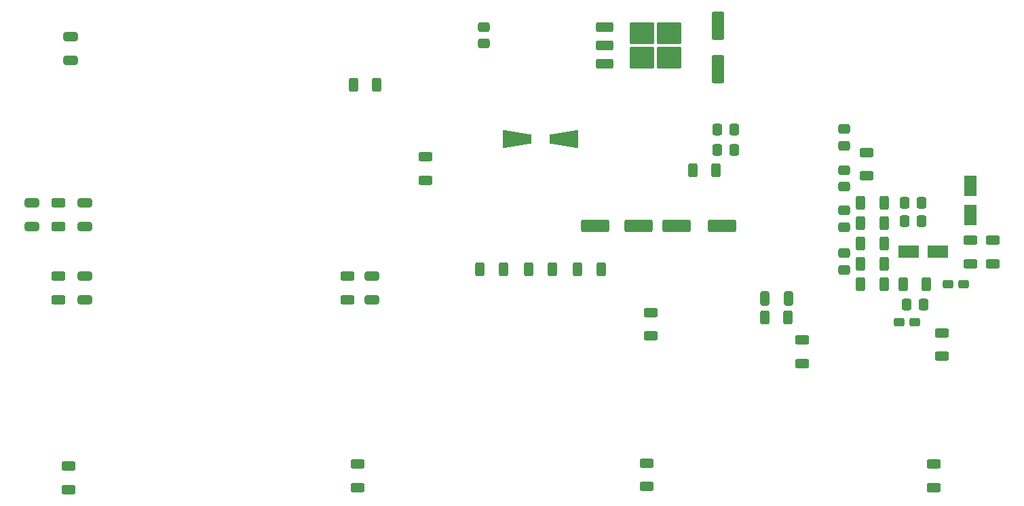
<source format=gbr>
%TF.GenerationSoftware,KiCad,Pcbnew,8.0.6-8.0.6-0~ubuntu22.04.1*%
%TF.CreationDate,2024-11-14T20:16:39+01:00*%
%TF.ProjectId,VCO_RPIpico,56434f5f-5250-4497-9069-636f2e6b6963,0*%
%TF.SameCoordinates,Original*%
%TF.FileFunction,Paste,Bot*%
%TF.FilePolarity,Positive*%
%FSLAX46Y46*%
G04 Gerber Fmt 4.6, Leading zero omitted, Abs format (unit mm)*
G04 Created by KiCad (PCBNEW 8.0.6-8.0.6-0~ubuntu22.04.1) date 2024-11-14 20:16:39*
%MOMM*%
%LPD*%
G01*
G04 APERTURE LIST*
G04 Aperture macros list*
%AMRoundRect*
0 Rectangle with rounded corners*
0 $1 Rounding radius*
0 $2 $3 $4 $5 $6 $7 $8 $9 X,Y pos of 4 corners*
0 Add a 4 corners polygon primitive as box body*
4,1,4,$2,$3,$4,$5,$6,$7,$8,$9,$2,$3,0*
0 Add four circle primitives for the rounded corners*
1,1,$1+$1,$2,$3*
1,1,$1+$1,$4,$5*
1,1,$1+$1,$6,$7*
1,1,$1+$1,$8,$9*
0 Add four rect primitives between the rounded corners*
20,1,$1+$1,$2,$3,$4,$5,0*
20,1,$1+$1,$4,$5,$6,$7,0*
20,1,$1+$1,$6,$7,$8,$9,0*
20,1,$1+$1,$8,$9,$2,$3,0*%
%AMOutline4P*
0 Free polygon, 4 corners , with rotation*
0 The origin of the aperture is its center*
0 number of corners: always 4*
0 $1 to $8 corner X, Y*
0 $9 Rotation angle, in degrees counterclockwise*
0 create outline with 4 corners*
4,1,4,$1,$2,$3,$4,$5,$6,$7,$8,$1,$2,$9*%
G04 Aperture macros list end*
%ADD10RoundRect,0.250000X1.500000X0.550000X-1.500000X0.550000X-1.500000X-0.550000X1.500000X-0.550000X0*%
%ADD11RoundRect,0.250000X0.312500X0.625000X-0.312500X0.625000X-0.312500X-0.625000X0.312500X-0.625000X0*%
%ADD12RoundRect,0.250000X0.650000X-0.325000X0.650000X0.325000X-0.650000X0.325000X-0.650000X-0.325000X0*%
%ADD13RoundRect,0.250000X-0.625000X0.312500X-0.625000X-0.312500X0.625000X-0.312500X0.625000X0.312500X0*%
%ADD14RoundRect,0.250000X-0.312500X-0.625000X0.312500X-0.625000X0.312500X0.625000X-0.312500X0.625000X0*%
%ADD15RoundRect,0.250000X0.550000X-1.050000X0.550000X1.050000X-0.550000X1.050000X-0.550000X-1.050000X0*%
%ADD16RoundRect,0.250000X0.337500X0.475000X-0.337500X0.475000X-0.337500X-0.475000X0.337500X-0.475000X0*%
%ADD17RoundRect,0.250000X0.475000X-0.337500X0.475000X0.337500X-0.475000X0.337500X-0.475000X-0.337500X0*%
%ADD18RoundRect,0.250000X0.550000X-1.500000X0.550000X1.500000X-0.550000X1.500000X-0.550000X-1.500000X0*%
%ADD19RoundRect,0.250000X0.625000X-0.312500X0.625000X0.312500X-0.625000X0.312500X-0.625000X-0.312500X0*%
%ADD20RoundRect,0.250000X-1.050000X-0.550000X1.050000X-0.550000X1.050000X0.550000X-1.050000X0.550000X0*%
%ADD21RoundRect,0.250000X-0.325000X-0.650000X0.325000X-0.650000X0.325000X0.650000X-0.325000X0.650000X0*%
%ADD22RoundRect,0.250000X-0.337500X-0.475000X0.337500X-0.475000X0.337500X0.475000X-0.337500X0.475000X0*%
%ADD23RoundRect,0.250000X0.400000X0.275000X-0.400000X0.275000X-0.400000X-0.275000X0.400000X-0.275000X0*%
%ADD24RoundRect,0.250000X-0.650000X0.325000X-0.650000X-0.325000X0.650000X-0.325000X0.650000X0.325000X0*%
%ADD25RoundRect,0.250000X-0.475000X0.337500X-0.475000X-0.337500X0.475000X-0.337500X0.475000X0.337500X0*%
%ADD26Outline4P,-1.800000X-1.150000X1.800000X-0.550000X1.800000X0.550000X-1.800000X1.150000X180.000000*%
%ADD27Outline4P,-1.800000X-1.150000X1.800000X-0.550000X1.800000X0.550000X-1.800000X1.150000X0.000000*%
%ADD28RoundRect,0.250000X-0.400000X-0.275000X0.400000X-0.275000X0.400000X0.275000X-0.400000X0.275000X0*%
%ADD29RoundRect,0.250000X-0.850000X-0.350000X0.850000X-0.350000X0.850000X0.350000X-0.850000X0.350000X0*%
%ADD30RoundRect,0.250000X-1.275000X-1.125000X1.275000X-1.125000X1.275000X1.125000X-1.275000X1.125000X0*%
G04 APERTURE END LIST*
D10*
%TO.C,C9*%
X139812000Y-77321000D03*
X134212000Y-77321000D03*
%TD*%
D11*
%TO.C,R2*%
X148061000Y-88751000D03*
X145136000Y-88751000D03*
%TD*%
D12*
%TO.C,C6*%
X53700000Y-77399000D03*
X53700000Y-74449000D03*
%TD*%
D13*
%TO.C,R27*%
X170794000Y-79095000D03*
X170794000Y-82020000D03*
%TD*%
D14*
%TO.C,R19*%
X136184500Y-70336000D03*
X139109500Y-70336000D03*
%TD*%
D15*
%TO.C,C23*%
X170794000Y-75946000D03*
X170794000Y-72346000D03*
%TD*%
D11*
%TO.C,R22*%
X165337000Y-84560000D03*
X162412000Y-84560000D03*
%TD*%
D16*
%TO.C,C12*%
X164973500Y-87100000D03*
X162898500Y-87100000D03*
%TD*%
D11*
%TO.C,R7*%
X112582500Y-82756000D03*
X109657500Y-82756000D03*
%TD*%
D17*
%TO.C,C22*%
X155046000Y-67309500D03*
X155046000Y-65234500D03*
%TD*%
D12*
%TO.C,C5*%
X58526000Y-56620000D03*
X58526000Y-53670000D03*
%TD*%
D11*
%TO.C,R21*%
X160064500Y-82020000D03*
X157139500Y-82020000D03*
%TD*%
D18*
%TO.C,C1*%
X139314000Y-57754000D03*
X139314000Y-52354000D03*
%TD*%
D19*
%TO.C,R29*%
X157856000Y-71072000D03*
X157856000Y-68147000D03*
%TD*%
D13*
%TO.C,R16*%
X166222000Y-107035000D03*
X166222000Y-109960000D03*
%TD*%
%TO.C,R4*%
X93070000Y-83605500D03*
X93070000Y-86530500D03*
%TD*%
D20*
%TO.C,C21*%
X163152000Y-80496000D03*
X166752000Y-80496000D03*
%TD*%
D11*
%TO.C,R12*%
X124774500Y-82756000D03*
X121849500Y-82756000D03*
%TD*%
D21*
%TO.C,C7*%
X145189000Y-86338000D03*
X148139000Y-86338000D03*
%TD*%
D10*
%TO.C,C8*%
X129425000Y-77321000D03*
X124025000Y-77321000D03*
%TD*%
D19*
%TO.C,R17*%
X149839000Y-94466000D03*
X149839000Y-91541000D03*
%TD*%
%TO.C,R11*%
X130408000Y-109837000D03*
X130408000Y-106912000D03*
%TD*%
D13*
%TO.C,R5*%
X57002000Y-83605500D03*
X57002000Y-86530500D03*
%TD*%
D17*
%TO.C,C11*%
X155046000Y-82782000D03*
X155046000Y-80707000D03*
%TD*%
D19*
%TO.C,R9*%
X58272000Y-110214000D03*
X58272000Y-107289000D03*
%TD*%
D22*
%TO.C,C16*%
X162644500Y-74400000D03*
X164719500Y-74400000D03*
%TD*%
D11*
%TO.C,R8*%
X118662500Y-82756000D03*
X115737500Y-82756000D03*
%TD*%
D23*
%TO.C,C17*%
X163911000Y-89360000D03*
X161961000Y-89360000D03*
%TD*%
D14*
%TO.C,R25*%
X157139500Y-76940000D03*
X160064500Y-76940000D03*
%TD*%
D12*
%TO.C,C2*%
X96118000Y-86543000D03*
X96118000Y-83593000D03*
%TD*%
D16*
%TO.C,C15*%
X141351500Y-65256000D03*
X139276500Y-65256000D03*
%TD*%
D19*
%TO.C,R3*%
X130916000Y-91041000D03*
X130916000Y-88116000D03*
%TD*%
D14*
%TO.C,R28*%
X93832000Y-59668000D03*
X96757000Y-59668000D03*
%TD*%
D11*
%TO.C,R24*%
X160064500Y-79480000D03*
X157139500Y-79480000D03*
%TD*%
D24*
%TO.C,C4*%
X60304000Y-74449000D03*
X60304000Y-77399000D03*
%TD*%
D19*
%TO.C,R6*%
X57002000Y-77386500D03*
X57002000Y-74461500D03*
%TD*%
D11*
%TO.C,R20*%
X160064500Y-84560000D03*
X157139500Y-84560000D03*
%TD*%
D12*
%TO.C,C3*%
X60304000Y-86543000D03*
X60304000Y-83593000D03*
%TD*%
D19*
%TO.C,R10*%
X94340000Y-109960000D03*
X94340000Y-107035000D03*
%TD*%
D25*
%TO.C,C10*%
X110104000Y-52471000D03*
X110104000Y-54546000D03*
%TD*%
D17*
%TO.C,C20*%
X155046000Y-77469500D03*
X155046000Y-75394500D03*
%TD*%
D14*
%TO.C,R26*%
X157139500Y-74400000D03*
X160064500Y-74400000D03*
%TD*%
D26*
%TO.C,D20*%
X120116000Y-66484000D03*
D27*
X114316000Y-66484000D03*
%TD*%
D13*
%TO.C,R1*%
X102849000Y-68681000D03*
X102849000Y-71606000D03*
%TD*%
D19*
%TO.C,R23*%
X173588000Y-82020000D03*
X173588000Y-79095000D03*
%TD*%
%TO.C,R18*%
X167238000Y-93581000D03*
X167238000Y-90656000D03*
%TD*%
D22*
%TO.C,C19*%
X162644500Y-76686000D03*
X164719500Y-76686000D03*
%TD*%
D16*
%TO.C,C14*%
X141351500Y-67796000D03*
X139276500Y-67796000D03*
%TD*%
D25*
%TO.C,C13*%
X155046000Y-70336000D03*
X155046000Y-72411000D03*
%TD*%
D28*
%TO.C,C18*%
X168041000Y-84560000D03*
X169991000Y-84560000D03*
%TD*%
D29*
%TO.C,U3*%
X125224000Y-57041500D03*
X125224000Y-54761500D03*
D30*
X129849000Y-53236500D03*
X129849000Y-56286500D03*
X133199000Y-53236500D03*
X133199000Y-56286500D03*
D29*
X125224000Y-52481500D03*
%TD*%
M02*

</source>
